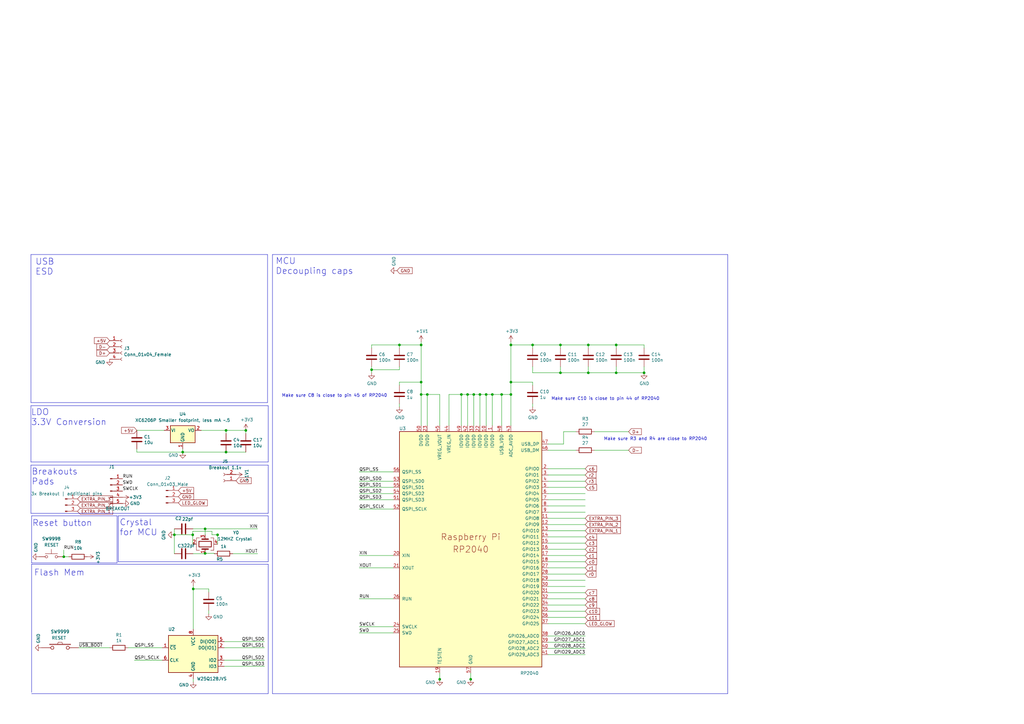
<source format=kicad_sch>
(kicad_sch (version 20221206) (generator eeschema)
  (paper "A3")
  (title_block (title "Rp2040 __template__") (date "2020-12-18") (rev "REV 0.1") (company "scattered_lenity.space"))
  (lib_symbols
    (symbol "Connector:Conn_01x02_Female" (pin_names (offset 1.016) hide)
      (property "Reference" "J" (at 0 2.54 0))
      (property "Value" "Conn_01x02_Female" (at 0 -5.08 0))
      (symbol "Conn_01x02_Female_1_1"
        (arc (start 0 -2.032) (mid -0.5058 -2.54) (end 0 -3.048) (stroke (width 0.1524)))
        (polyline (pts (xy -1.27 -2.54) (xy -0.508 -2.54)) (stroke (width 0.1524)))
        (polyline (pts (xy -1.27 0) (xy -0.508 0)) (stroke (width 0.1524)))
        (arc (start 0 0.508) (mid -0.5058 0) (end 0 -0.508) (stroke (width 0.1524)))
        (pin passive line (at -5.08 0 0) (length 3.81) (name "Pin_1") (number "1"))
        (pin passive line (at -5.08 -2.54 0) (length 3.81) (name "Pin_2") (number "2"))
      )
    )
    (symbol "Connector:Conn_01x03_Male" (pin_names (offset 1.016) hide)
      (property "Reference" "J" (at 0 5.08 0))
      (property "Value" "Conn_01x03_Male" (at 0 -5.08 0))
      (symbol "Conn_01x03_Male_1_1"
        (polyline (pts (xy 1.27 -2.54) (xy 0.8636 -2.54)) (stroke (width 0.1524)))
        (polyline (pts (xy 1.27 0) (xy 0.8636 0)) (stroke (width 0.1524)))
        (polyline (pts (xy 1.27 2.54) (xy 0.8636 2.54)) (stroke (width 0.1524)))
        (rectangle (start 0.8636 -2.413) (end 0 -2.667) (stroke (width 0.1524)) (fill (type outline)))
        (rectangle (start 0.8636 0.127) (end 0 -0.127) (stroke (width 0.1524)) (fill (type outline)))
        (rectangle (start 0.8636 2.667) (end 0 2.413) (stroke (width 0.1524)) (fill (type outline)))
        (pin passive line (at 5.08 2.54 180) (length 3.81) (name "Pin_1") (number "1"))
        (pin passive line (at 5.08 0 180) (length 3.81) (name "Pin_2") (number "2"))
        (pin passive line (at 5.08 -2.54 180) (length 3.81) (name "Pin_3") (number "3"))
      )
    )
    (symbol "Connector:Conn_01x04_Female" (pin_names (offset 1.016) hide)
      (property "Reference" "J" (at 0 5.08 0))
      (property "Value" "Conn_01x04_Female" (at 0 -7.62 0))
      (symbol "Conn_01x04_Female_1_1"
        (arc (start 0 -4.572) (mid -0.5058 -5.08) (end 0 -5.588) (stroke (width 0.1524)))
        (arc (start 0 -2.032) (mid -0.5058 -2.54) (end 0 -3.048) (stroke (width 0.1524)))
        (polyline (pts (xy -1.27 -5.08) (xy -0.508 -5.08)) (stroke (width 0.1524)))
        (polyline (pts (xy -1.27 -2.54) (xy -0.508 -2.54)) (stroke (width 0.1524)))
        (polyline (pts (xy -1.27 0) (xy -0.508 0)) (stroke (width 0.1524)))
        (polyline (pts (xy -1.27 2.54) (xy -0.508 2.54)) (stroke (width 0.1524)))
        (arc (start 0 0.508) (mid -0.5058 0) (end 0 -0.508) (stroke (width 0.1524)))
        (arc (start 0 3.048) (mid -0.5058 2.54) (end 0 2.032) (stroke (width 0.1524)))
        (pin passive line (at -5.08 2.54 0) (length 3.81) (name "Pin_1") (number "1"))
        (pin passive line (at -5.08 0 0) (length 3.81) (name "Pin_2") (number "2"))
        (pin passive line (at -5.08 -2.54 0) (length 3.81) (name "Pin_3") (number "3"))
        (pin passive line (at -5.08 -5.08 0) (length 3.81) (name "Pin_4") (number "4"))
      )
    )
    (symbol "Connector:Conn_01x05_Male" (pin_names (offset 1.016) hide)
      (property "Reference" "J" (at 0 7.62 0))
      (property "Value" "Conn_01x05_Male" (at 0 -7.62 0))
      (symbol "Conn_01x05_Male_1_1"
        (polyline (pts (xy 1.27 -5.08) (xy 0.8636 -5.08)) (stroke (width 0.1524)))
        (polyline (pts (xy 1.27 -2.54) (xy 0.8636 -2.54)) (stroke (width 0.1524)))
        (polyline (pts (xy 1.27 0) (xy 0.8636 0)) (stroke (width 0.1524)))
        (polyline (pts (xy 1.27 2.54) (xy 0.8636 2.54)) (stroke (width 0.1524)))
        (polyline (pts (xy 1.27 5.08) (xy 0.8636 5.08)) (stroke (width 0.1524)))
        (rectangle (start 0.8636 -4.953) (end 0 -5.207) (stroke (width 0.1524)) (fill (type outline)))
        (rectangle (start 0.8636 -2.413) (end 0 -2.667) (stroke (width 0.1524)) (fill (type outline)))
        (rectangle (start 0.8636 0.127) (end 0 -0.127) (stroke (width 0.1524)) (fill (type outline)))
        (rectangle (start 0.8636 2.667) (end 0 2.413) (stroke (width 0.1524)) (fill (type outline)))
        (rectangle (start 0.8636 5.207) (end 0 4.953) (stroke (width 0.1524)) (fill (type outline)))
        (pin passive line (at 5.08 5.08 180) (length 3.81) (name "Pin_1") (number "1"))
        (pin passive line (at 5.08 2.54 180) (length 3.81) (name "Pin_2") (number "2"))
        (pin passive line (at 5.08 0 180) (length 3.81) (name "Pin_3") (number "3"))
        (pin passive line (at 5.08 -2.54 180) (length 3.81) (name "Pin_4") (number "4"))
        (pin passive line (at 5.08 -5.08 180) (length 3.81) (name "Pin_5") (number "5"))
      )
    )
    (symbol "Device:C" (pin_numbers hide) (pin_names (offset 0.254))
      (property "Reference" "C" (at 0.635 2.54 0))
      (property "Value" "C" (at 0.635 -2.54 0))
      (symbol "C_0_1"
        (polyline (pts (xy -2.032 -0.762) (xy 2.032 -0.762)) (stroke (width 0.508)))
        (polyline (pts (xy -2.032 0.762) (xy 2.032 0.762)) (stroke (width 0.508)))
      )
      (symbol "C_1_1"
        (pin passive line (at 0 3.81 270) (length 2.794) (name "~") (number "1"))
        (pin passive line (at 0 -3.81 90) (length 2.794) (name "~") (number "2"))
      )
    )
    (symbol "Device:Crystal_GND24" (pin_names (offset 1.016) hide)
      (property "Reference" "Y" (at 3.175 5.08 0))
      (property "Value" "Crystal_GND24" (at 3.175 3.175 0))
      (symbol "Crystal_GND24_0_1"
        (rectangle (start -1.143 2.54) (end 1.143 -2.54) (stroke (width 0.3048)))
        (polyline (pts (xy -2.54 0) (xy -2.032 0)))
        (polyline (pts (xy -2.032 -1.27) (xy -2.032 1.27)) (stroke (width 0.508)))
        (polyline (pts (xy 0 -3.81) (xy 0 -3.556)))
        (polyline (pts (xy 0 3.556) (xy 0 3.81)))
        (polyline (pts (xy 2.032 -1.27) (xy 2.032 1.27)) (stroke (width 0.508)))
        (polyline (pts (xy 2.032 0) (xy 2.54 0)))
        (polyline (pts (xy -2.54 -2.286) (xy -2.54 -3.556) (xy 2.54 -3.556) (xy 2.54 -2.286)))
        (polyline (pts (xy -2.54 2.286) (xy -2.54 3.556) (xy 2.54 3.556) (xy 2.54 2.286)))
      )
      (symbol "Crystal_GND24_1_1"
        (pin passive line (at -3.81 0 0) (length 1.27) (name "1") (number "1"))
        (pin passive line (at 0 5.08 270) (length 1.27) (name "2") (number "2"))
        (pin passive line (at 3.81 0 180) (length 1.27) (name "3") (number "3"))
        (pin passive line (at 0 -5.08 90) (length 1.27) (name "4") (number "4"))
      )
    )
    (symbol "Device:R" (pin_numbers hide) (pin_names (offset 0))
      (property "Reference" "R" (at 2.032 0 90))
      (property "Value" "R" (at 0 0 90))
      (symbol "R_0_1"
        (rectangle (start -1.016 -2.54) (end 1.016 2.54) (stroke (width 0.254)))
      )
      (symbol "R_1_1"
        (pin passive line (at 0 3.81 270) (length 1.27) (name "~") (number "1"))
        (pin passive line (at 0 -3.81 90) (length 1.27) (name "~") (number "2"))
      )
    )
    (symbol "MCU_RaspberryPi_RP2040:RP2040" (pin_names (offset 1.016))
      (property "Reference" "U" (at -29.21 49.53 0))
      (property "Value" "RP2040" (at 24.13 -49.53 0))
      (symbol "RP2040_0_0"
        (text "Raspberry Pi" (at 0 5.08 0) (effects (font (size 2.54 2.54))))
        (text "RP2040" (at 0 0 0) (effects (font (size 2.54 2.54))))
      )
      (symbol "RP2040_0_1"
        (rectangle (start 29.21 48.26) (end -29.21 -48.26) (stroke (width 0.254)) (fill (type background)))
      )
      (symbol "RP2040_1_1"
        (pin power_in line (at 8.89 50.8 270) (length 2.54) (name "IOVDD") (number "1"))
        (pin power_in line (at 6.35 50.8 270) (length 2.54) (name "IOVDD") (number "10"))
        (pin bidirectional line (at 31.75 12.7 180) (length 2.54) (name "GPIO8") (number "11"))
        (pin bidirectional line (at 31.75 10.16 180) (length 2.54) (name "GPIO9") (number "12"))
        (pin bidirectional line (at 31.75 7.62 180) (length 2.54) (name "GPIO10") (number "13"))
        (pin bidirectional line (at 31.75 5.08 180) (length 2.54) (name "GPIO11") (number "14"))
        (pin bidirectional line (at 31.75 2.54 180) (length 2.54) (name "GPIO12") (number "15"))
        (pin bidirectional line (at 31.75 0 180) (length 2.54) (name "GPIO13") (number "16"))
        (pin bidirectional line (at 31.75 -2.54 180) (length 2.54) (name "GPIO14") (number "17"))
        (pin bidirectional line (at 31.75 -5.08 180) (length 2.54) (name "GPIO15") (number "18"))
        (pin passive line (at -12.7 -50.8 90) (length 2.54) (name "TESTEN") (number "19"))
        (pin bidirectional line (at 31.75 33.02 180) (length 2.54) (name "GPIO0") (number "2"))
        (pin input line (at -31.75 -2.54 0) (length 2.54) (name "XIN") (number "20"))
        (pin passive line (at -31.75 -7.62 0) (length 2.54) (name "XOUT") (number "21"))
        (pin power_in line (at 3.81 50.8 270) (length 2.54) (name "IOVDD") (number "22"))
        (pin power_in line (at -17.78 50.8 270) (length 2.54) (name "DVDD") (number "23"))
        (pin output line (at -31.75 -31.75 0) (length 2.54) (name "SWCLK") (number "24"))
        (pin bidirectional line (at -31.75 -34.29 0) (length 2.54) (name "SWD") (number "25"))
        (pin input line (at -31.75 -20.32 0) (length 2.54) (name "RUN") (number "26"))
        (pin bidirectional line (at 31.75 -7.62 180) (length 2.54) (name "GPIO16") (number "27"))
        (pin bidirectional line (at 31.75 -10.16 180) (length 2.54) (name "GPIO17") (number "28"))
        (pin bidirectional line (at 31.75 -12.7 180) (length 2.54) (name "GPIO18") (number "29"))
        (pin bidirectional line (at 31.75 30.48 180) (length 2.54) (name "GPIO1") (number "3"))
        (pin bidirectional line (at 31.75 -15.24 180) (length 2.54) (name "GPIO19") (number "30"))
        (pin bidirectional line (at 31.75 -17.78 180) (length 2.54) (name "GPIO20") (number "31"))
        (pin bidirectional line (at 31.75 -20.32 180) (length 2.54) (name "GPIO21") (number "32"))
        (pin power_in line (at 1.27 50.8 270) (length 2.54) (name "IOVDD") (number "33"))
        (pin bidirectional line (at 31.75 -22.86 180) (length 2.54) (name "GPIO22") (number "34"))
        (pin bidirectional line (at 31.75 -25.4 180) (length 2.54) (name "GPIO23") (number "35"))
        (pin bidirectional line (at 31.75 -27.94 180) (length 2.54) (name "GPIO24") (number "36"))
        (pin bidirectional line (at 31.75 -30.48 180) (length 2.54) (name "GPIO25") (number "37"))
        (pin bidirectional line (at 31.75 -35.56 180) (length 2.54) (name "GPIO26_ADC0") (number "38"))
        (pin bidirectional line (at 31.75 -38.1 180) (length 2.54) (name "GPIO27_ADC1") (number "39"))
        (pin bidirectional line (at 31.75 27.94 180) (length 2.54) (name "GPIO2") (number "4"))
        (pin bidirectional line (at 31.75 -40.64 180) (length 2.54) (name "GPIO28_ADC2") (number "40"))
        (pin bidirectional line (at 31.75 -43.18 180) (length 2.54) (name "GPIO29_ADC3") (number "41"))
        (pin power_in line (at -1.27 50.8 270) (length 2.54) (name "IOVDD") (number "42"))
        (pin power_in line (at 16.51 50.8 270) (length 2.54) (name "ADC_AVDD") (number "43"))
        (pin power_in line (at -8.89 50.8 270) (length 2.54) (name "VREG_IN") (number "44"))
        (pin power_out line (at -12.7 50.8 270) (length 2.54) (name "VREG_VOUT") (number "45"))
        (pin bidirectional line (at 31.75 40.64 180) (length 2.54) (name "USB_DM") (number "46"))
        (pin bidirectional line (at 31.75 43.18 180) (length 2.54) (name "USB_DP") (number "47"))
        (pin power_in line (at 12.7 50.8 270) (length 2.54) (name "USB_VDD") (number "48"))
        (pin power_in line (at -3.81 50.8 270) (length 2.54) (name "IOVDD") (number "49"))
        (pin bidirectional line (at 31.75 25.4 180) (length 2.54) (name "GPIO3") (number "5"))
        (pin power_in line (at -20.32 50.8 270) (length 2.54) (name "DVDD") (number "50"))
        (pin bidirectional line (at -31.75 20.32 0) (length 2.54) (name "QSPI_SD3") (number "51"))
        (pin output line (at -31.75 16.51 0) (length 2.54) (name "QSPI_SCLK") (number "52"))
        (pin bidirectional line (at -31.75 27.94 0) (length 2.54) (name "QSPI_SD0") (number "53"))
        (pin bidirectional line (at -31.75 22.86 0) (length 2.54) (name "QSPI_SD2") (number "54"))
        (pin bidirectional line (at -31.75 25.4 0) (length 2.54) (name "QSPI_SD1") (number "55"))
        (pin bidirectional line (at -31.75 31.75 0) (length 2.54) (name "QSPI_SS") (number "56"))
        (pin power_in line (at 0 -50.8 90) (length 2.54) (name "GND") (number "57"))
        (pin bidirectional line (at 31.75 22.86 180) (length 2.54) (name "GPIO4") (number "6"))
        (pin bidirectional line (at 31.75 20.32 180) (length 2.54) (name "GPIO5") (number "7"))
        (pin bidirectional line (at 31.75 17.78 180) (length 2.54) (name "GPIO6") (number "8"))
        (pin bidirectional line (at 31.75 15.24 180) (length 2.54) (name "GPIO7") (number "9"))
      )
    )
    (symbol "Memory_Flash:W25Q128JVS"
      (property "Reference" "U" (at -8.89 8.89 0))
      (property "Value" "W25Q128JVS" (at 7.62 8.89 0))
      (symbol "W25Q128JVS_0_1"
        (rectangle (start -10.16 7.62) (end 10.16 -7.62) (stroke (width 0.254)) (fill (type background)))
      )
      (symbol "W25Q128JVS_1_1"
        (pin input line (at -12.7 2.54 0) (length 2.54) (name "~{CS}") (number "1"))
        (pin bidirectional line (at 12.7 2.54 180) (length 2.54) (name "DO(IO1)") (number "2"))
        (pin bidirectional line (at 12.7 -2.54 180) (length 2.54) (name "IO2") (number "3"))
        (pin power_in line (at 0 -10.16 90) (length 2.54) (name "GND") (number "4"))
        (pin bidirectional line (at 12.7 5.08 180) (length 2.54) (name "DI(IO0)") (number "5"))
        (pin input line (at -12.7 -2.54 0) (length 2.54) (name "CLK") (number "6"))
        (pin bidirectional line (at 12.7 -5.08 180) (length 2.54) (name "IO3") (number "7"))
        (pin power_in line (at 0 10.16 270) (length 2.54) (name "VCC") (number "8"))
      )
    )
    (symbol "Regulator_Linear:XC6206PxxxMR" (pin_names (offset 0.254))
      (property "Reference" "U" (at -3.81 3.175 0))
      (property "Value" "XC6206PxxxMR" (at 0 3.175 0))
      (symbol "XC6206PxxxMR_0_1"
        (rectangle (start -5.08 1.905) (end 5.08 -5.08) (stroke (width 0.254)) (fill (type background)))
      )
      (symbol "XC6206PxxxMR_1_1"
        (pin power_in line (at 0 -7.62 90) (length 2.54) (name "GND") (number "1"))
        (pin power_out line (at 7.62 0 180) (length 2.54) (name "VO") (number "2"))
        (pin power_in line (at -7.62 0 0) (length 2.54) (name "VI") (number "3"))
      )
    )
    (symbol "Switch:SW_Push" (pin_numbers hide) (pin_names (offset 1.016) hide)
      (property "Reference" "SW" (at 1.27 2.54 0))
      (property "Value" "SW_Push" (at 0 -1.524 0))
      (symbol "SW_Push_0_1"
        (circle (center -2.032 0) (radius 0.508))
        (polyline (pts (xy 0 1.27) (xy 0 3.048)))
        (polyline (pts (xy 2.54 1.27) (xy -2.54 1.27)))
        (circle (center 2.032 0) (radius 0.508))
        (pin passive line (at -5.08 0 0) (length 2.54) (name "1") (number "1"))
        (pin passive line (at 5.08 0 180) (length 2.54) (name "2") (number "2"))
      )
    )
    (symbol "cipulot_parts:SW_PUSH" (pin_numbers hide) (pin_names (offset 1.016) hide)
      (property "Reference" "SW" (at 3.81 2.794 0))
      (property "Value" "SW_PUSH" (at 0 -2.032 0))
      (symbol "SW_PUSH_0_1"
        (rectangle (start -4.318 1.27) (end 4.318 1.524))
        (polyline (pts (xy -1.016 1.524) (xy -0.762 2.286) (xy 0.762 2.286) (xy 1.016 1.524)))
        (pin passive inverted (at -7.62 0 0) (length 5.08) (name "1") (number "1"))
        (pin passive inverted (at 7.62 0 180) (length 5.08) (name "2") (number "2"))
      )
    )
    (symbol "power:+1V1" (power) (pin_names (offset 0))
      (property "Value" "+1V1" (at 0 3.556 0))
      (symbol "+1V1_0_1"
        (polyline (pts (xy -0.762 1.27) (xy 0 2.54)))
        (polyline (pts (xy 0 0) (xy 0 2.54)))
        (polyline (pts (xy 0 2.54) (xy 0.762 1.27)))
      )
      (symbol "+1V1_1_1"
        (pin power_in line (at 0 0 90) (length 0) hide (name "+1V1") (number "1"))
      )
    )
    (symbol "power:+3V3" (power) (pin_names (offset 0))
      (property "Value" "+3V3" (at 0 3.556 0))
      (symbol "+3V3_0_1"
        (polyline (pts (xy -0.762 1.27) (xy 0 2.54)))
        (polyline (pts (xy 0 0) (xy 0 2.54)))
        (polyline (pts (xy 0 2.54) (xy 0.762 1.27)))
      )
      (symbol "+3V3_1_1"
        (pin power_in line (at 0 0 90) (length 0) hide (name "+3V3") (number "1"))
      )
    )
    (symbol "power:GND" (power) (pin_names (offset 0))
      (property "Value" "GND" (at 0 -3.81 0))
      (symbol "GND_0_1"
        (polyline (pts (xy 0 0) (xy 0 -1.27) (xy 1.27 -1.27) (xy 0 -2.54) (xy -1.27 -1.27) (xy 0 -1.27)))
      )
      (symbol "GND_1_1"
        (pin power_in line (at 0 0 270) (length 0) hide (name "GND") (number "1"))
      )
    )
  )
  (junction (at 209.55 156.718))
  (junction (at 241.3 152.908))
  (junction (at 189.23 161.798))
  (junction (at 191.77 161.798))
  (junction (at 92.71 185.42))
  (junction (at 100.838 176.53))
  (junction (at 79.248 241.554))
  (junction (at 194.31 161.798))
  (junction (at 71.5264 219.3544))
  (junction (at 84.1248 216.916))
  (junction (at 84.1248 226.9744))
  (junction (at 205.74 161.798))
  (junction (at 79.0448 219.3544))
  (junction (at 241.3 141.478))
  (junction (at 196.85 161.798))
  (junction (at 172.72 141.478))
  (junction (at 172.72 161.798))
  (junction (at 163.83 141.478))
  (junction (at 252.73 141.478))
  (junction (at 74.93 185.42))
  (junction (at 152.4 151.638))
  (junction (at 264.16 152.908))
  (junction (at 180.34 278.6126))
  (junction (at 193.04 278.6126))
  (junction (at 175.26 161.798))
  (junction (at 26.162 228.346))
  (junction (at 201.93 161.798))
  (junction (at 209.55 161.798))
  (junction (at 172.72 156.718))
  (junction (at 89.2302 219.3544))
  (junction (at 209.55 141.478))
  (junction (at 252.73 152.908))
  (junction (at 92.71 176.53))
  (junction (at 218.44 141.478))
  (junction (at 229.87 152.908))
  (junction (at 199.39 161.798))
  (junction (at 229.87 141.478))
  (wire (pts (xy 161.29 257.048) (xy 147.32 257.048)))
  (wire (pts (xy 79.1464 227.076) (xy 84.1248 227.076)))
  (wire (pts (xy 147.32 202.438) (xy 161.29 202.438)))
  (wire (pts (xy 224.79 220.218) (xy 240.03 220.218)))
  (wire (pts (xy 224.79 199.898) (xy 240.03 199.898)))
  (wire (pts (xy 201.93 161.798) (xy 205.74 161.798)))
  (wire (pts (xy 229.87 142.748) (xy 229.87 141.478)))
  (polyline (pts (xy 12.7 189.484) (xy 12.7 166.37)))
  (wire (pts (xy 85.598 241.554) (xy 79.248 241.554)))
  (wire (pts (xy 224.79 194.818) (xy 240.03 194.818)))
  (wire (pts (xy 82.55 176.53) (xy 92.71 176.53)))
  (wire (pts (xy 180.34 161.798) (xy 175.26 161.798)))
  (wire (pts (xy 147.32 197.358) (xy 161.29 197.358)))
  (wire (pts (xy 91.948 270.764) (xy 108.458 270.764)))
  (wire (pts (xy 147.32 199.898) (xy 161.29 199.898)))
  (polyline (pts (xy 12.7 210.566) (xy 12.7 190.754)))
  (wire (pts (xy 79.248 240.284) (xy 79.248 241.554)))
  (wire (pts (xy 199.39 174.498) (xy 199.39 161.798)))
  (wire (pts (xy 74.93 185.42) (xy 74.93 185.5216)))
  (wire (pts (xy 196.85 161.798) (xy 199.39 161.798)))
  (wire (pts (xy 86.9442 217.932) (xy 79.0448 217.932)))
  (wire (pts (xy 163.83 157.988) (xy 163.83 156.718)))
  (polyline (pts (xy 111.76 104.394) (xy 111.76 284.48)))
  (polyline (pts (xy 48.514 230.378) (xy 48.514 211.582)))
  (polyline (pts (xy 12.954 230.886) (xy 48.006 230.886)))
  (wire (pts (xy 172.72 140.208) (xy 172.72 141.478)))
  (wire (pts (xy 180.34 276.098) (xy 180.34 278.6126)))
  (wire (pts (xy 224.79 222.758) (xy 240.03 222.758)))
  (wire (pts (xy 218.44 150.368) (xy 218.44 152.908)))
  (wire (pts (xy 100.838 177.8) (xy 100.838 176.53)))
  (polyline (pts (xy 12.954 283.972) (xy 12.954 231.394)))
  (wire (pts (xy 224.79 260.858) (xy 240.03 260.858)))
  (wire (pts (xy 71.5264 216.916) (xy 71.5264 219.3544)))
  (wire (pts (xy 175.26 174.498) (xy 175.26 161.798)))
  (wire (pts (xy 26.162 228.346) (xy 28.194 228.346)))
  (wire (pts (xy 224.79 268.478) (xy 240.03 268.478)))
  (wire (pts (xy 224.79 212.598) (xy 240.03 212.598)))
  (wire (pts (xy 209.55 156.718) (xy 218.44 156.718)))
  (wire (pts (xy 89.2048 223.1644) (xy 89.2302 223.1644)))
  (polyline (pts (xy 12.7 165.1) (xy 12.7 104.394)))
  (wire (pts (xy 44.958 265.684) (xy 32.258 265.684)))
  (wire (pts (xy 209.55 140.208) (xy 209.55 141.478)))
  (wire (pts (xy 264.16 150.368) (xy 264.16 152.908)))
  (wire (pts (xy 193.04 276.098) (xy 193.04 278.6126)))
  (wire (pts (xy 224.79 182.118) (xy 231.14 182.118)))
  (polyline (pts (xy 109.982 231.394) (xy 109.982 284.48)))
  (wire (pts (xy 224.79 207.518) (xy 240.03 207.518)))
  (wire (pts (xy 218.44 141.478) (xy 229.87 141.478)))
  (wire (pts (xy 224.79 243.078) (xy 240.03 243.078)))
  (wire (pts (xy 89.2302 219.3544) (xy 86.9442 219.3544)))
  (wire (pts (xy 224.79 210.058) (xy 240.03 210.058)))
  (wire (pts (xy 224.79 263.398) (xy 240.03 263.398)))
  (wire (pts (xy 56.134 185.42) (xy 74.93 185.42)))
  (polyline (pts (xy 12.954 284.48) (xy 109.982 284.48)))
  (wire (pts (xy 56.134 176.53) (xy 67.31 176.53)))
  (wire (pts (xy 26.162 225.552) (xy 26.162 228.346)))
  (wire (pts (xy 91.948 265.684) (xy 108.458 265.684)))
  (wire (pts (xy 224.79 184.658) (xy 236.22 184.658)))
  (wire (pts (xy 224.79 265.938) (xy 240.03 265.938)))
  (wire (pts (xy 209.55 161.798) (xy 209.55 174.498)))
  (polyline (pts (xy 109.982 211.582) (xy 109.982 230.378)))
  (wire (pts (xy 87.884 226.9744) (xy 87.884 227.076)))
  (wire (pts (xy 86.9442 219.3544) (xy 86.9442 217.932)))
  (polyline (pts (xy 12.7 166.37) (xy 109.982 166.37)))
  (wire (pts (xy 79.0448 223.1644) (xy 79.0448 219.3544)))
  (wire (pts (xy 85.598 250.444) (xy 85.598 251.714)))
  (wire (pts (xy 84.1248 216.916) (xy 105.664 216.916)))
  (wire (pts (xy 180.34 174.498) (xy 180.34 161.798)))
  (wire (pts (xy 264.16 142.748) (xy 264.16 141.478)))
  (wire (pts (xy 224.79 232.918) (xy 240.03 232.918)))
  (wire (pts (xy 229.87 150.368) (xy 229.87 152.908)))
  (wire (pts (xy 79.248 241.554) (xy 79.248 258.064)))
  (wire (pts (xy 163.83 141.478) (xy 172.72 141.478)))
  (wire (pts (xy 152.4 141.478) (xy 163.83 141.478)))
  (wire (pts (xy 241.3 152.908) (xy 229.87 152.908)))
  (wire (pts (xy 224.79 240.538) (xy 240.03 240.538)))
  (polyline (pts (xy 109.728 104.394) (xy 109.728 165.1)))
  (polyline (pts (xy 12.7 165.1) (xy 109.728 165.1)))
  (wire (pts (xy 229.87 141.478) (xy 241.3 141.478)))
  (wire (pts (xy 172.72 161.798) (xy 172.72 174.498)))
  (wire (pts (xy 189.23 174.498) (xy 189.23 161.798)))
  (wire (pts (xy 89.2556 219.3544) (xy 89.2302 219.3544)))
  (wire (pts (xy 224.79 248.158) (xy 240.03 248.158)))
  (wire (pts (xy 201.93 161.798) (xy 201.93 174.498)))
  (wire (pts (xy 85.598 242.824) (xy 85.598 241.554)))
  (polyline (pts (xy 109.982 210.566) (xy 12.7 210.566)))
  (polyline (pts (xy 12.954 230.886) (xy 12.954 211.582)))
  (polyline (pts (xy 12.7 190.754) (xy 109.982 190.754)))
  (wire (pts (xy 161.29 259.588) (xy 147.32 259.588)))
  (wire (pts (xy 74.93 184.15) (xy 74.93 185.42)))
  (wire (pts (xy 191.77 161.798) (xy 194.31 161.798)))
  (wire (pts (xy 193.04 278.6126) (xy 193.04 278.638)))
  (wire (pts (xy 224.79 202.438) (xy 240.03 202.438)))
  (polyline (pts (xy 109.982 230.378) (xy 48.514 230.378)))
  (wire (pts (xy 95.504 227.076) (xy 105.664 227.076)))
  (wire (pts (xy 100.838 176.53) (xy 92.71 176.53)))
  (polyline (pts (xy 12.954 211.582) (xy 48.006 211.582)))
  (wire (pts (xy 224.79 197.358) (xy 240.03 197.358)))
  (wire (pts (xy 55.118 270.764) (xy 66.548 270.764)))
  (wire (pts (xy 218.44 142.748) (xy 218.44 141.478)))
  (wire (pts (xy 224.79 204.978) (xy 240.03 204.978)))
  (polyline (pts (xy 12.954 231.394) (xy 109.982 231.394)))
  (wire (pts (xy 163.83 151.638) (xy 163.83 150.368)))
  (wire (pts (xy 218.44 157.988) (xy 218.44 156.718)))
  (wire (pts (xy 231.14 177.038) (xy 231.14 182.118)))
  (polyline (pts (xy 12.7 104.394) (xy 109.728 104.394)))
  (wire (pts (xy 241.3 150.368) (xy 241.3 152.908)))
  (polyline (pts (xy 109.982 190.754) (xy 109.982 210.566)))
  (wire (pts (xy 74.93 185.42) (xy 92.71 185.42)))
  (polyline (pts (xy 111.76 284.48) (xy 298.45 284.48)))
  (wire (pts (xy 252.73 141.478) (xy 264.16 141.478)))
  (wire (pts (xy 194.31 161.798) (xy 196.85 161.798)))
  (wire (pts (xy 224.79 253.238) (xy 240.03 253.238)))
  (wire (pts (xy 71.5264 219.3544) (xy 79.0448 219.3544)))
  (wire (pts (xy 209.55 156.718) (xy 209.55 161.798)))
  (wire (pts (xy 241.3 141.478) (xy 252.73 141.478)))
  (wire (pts (xy 161.29 232.918) (xy 147.32 232.918)))
  (wire (pts (xy 152.4 151.638) (xy 163.83 151.638)))
  (wire (pts (xy 89.2302 219.3544) (xy 89.2302 223.1644)))
  (wire (pts (xy 92.71 185.42) (xy 100.838 185.42)))
  (wire (pts (xy 52.578 265.684) (xy 66.548 265.684)))
  (wire (pts (xy 252.73 142.748) (xy 252.73 141.478)))
  (wire (pts (xy 84.1248 227.076) (xy 84.1248 226.9744)))
  (wire (pts (xy 241.3 142.748) (xy 241.3 141.478)))
  (wire (pts (xy 224.79 237.998) (xy 240.03 237.998)))
  (wire (pts (xy 264.16 152.908) (xy 252.73 152.908)))
  (polyline (pts (xy 48.006 211.582) (xy 48.006 230.886)))
  (wire (pts (xy 243.84 177.038) (xy 257.81 177.038)))
  (wire (pts (xy 191.77 174.498) (xy 191.77 161.798)))
  (wire (pts (xy 92.71 177.8) (xy 92.71 176.53)))
  (polyline (pts (xy 298.45 284.48) (xy 298.45 104.394)))
  (wire (pts (xy 71.5264 219.3544) (xy 71.5264 227.076)))
  (wire (pts (xy 152.4 142.748) (xy 152.4 141.478)))
  (wire (pts (xy 205.74 174.498) (xy 205.74 161.798)))
  (wire (pts (xy 172.72 156.718) (xy 172.72 161.798)))
  (wire (pts (xy 224.79 255.778) (xy 240.03 255.778)))
  (wire (pts (xy 91.948 273.304) (xy 108.458 273.304)))
  (wire (pts (xy 152.4 150.368) (xy 152.4 151.638)))
  (wire (pts (xy 79.248 278.384) (xy 79.248 279.654)))
  (wire (pts (xy 161.29 245.618) (xy 147.32 245.618)))
  (wire (pts (xy 184.15 174.498) (xy 184.15 161.798)))
  (wire (pts (xy 79.0448 217.932) (xy 79.0448 219.3544)))
  (wire (pts (xy 180.34 278.6126) (xy 180.34 278.638)))
  (wire (pts (xy 224.79 227.838) (xy 240.03 227.838)))
  (wire (pts (xy 224.79 215.138) (xy 240.03 215.138)))
  (wire (pts (xy 224.79 235.458) (xy 240.03 235.458)))
  (wire (pts (xy 196.85 174.498) (xy 196.85 161.798)))
  (wire (pts (xy 194.31 174.498) (xy 194.31 161.798)))
  (polyline (pts (xy 109.982 166.37) (xy 109.982 189.484)))
  (wire (pts (xy 84.1248 226.9744) (xy 87.884 226.9744)))
  (polyline (pts (xy 48.514 211.582) (xy 109.982 211.582)))
  (wire (pts (xy 209.55 141.478) (xy 209.55 156.718)))
  (wire (pts (xy 184.15 161.798) (xy 189.23 161.798)))
  (polyline (pts (xy 298.45 104.394) (xy 111.76 104.394)))
  (wire (pts (xy 224.79 225.298) (xy 240.03 225.298)))
  (wire (pts (xy 224.79 217.678) (xy 240.03 217.678)))
  (wire (pts (xy 163.83 165.608) (xy 163.83 166.878)))
  (wire (pts (xy 163.83 142.748) (xy 163.83 141.478)))
  (wire (pts (xy 56.134 184.15) (xy 56.134 185.42)))
  (wire (pts (xy 252.73 150.368) (xy 252.73 152.908)))
  (wire (pts (xy 147.32 204.978) (xy 161.29 204.978)))
  (wire (pts (xy 224.79 250.698) (xy 240.03 250.698)))
  (wire (pts (xy 224.79 245.618) (xy 240.03 245.618)))
  (wire (pts (xy 205.74 161.798) (xy 209.55 161.798)))
  (wire (pts (xy 152.4 151.638) (xy 152.4 152.908)))
  (wire (pts (xy 252.73 152.908) (xy 241.3 152.908)))
  (wire (pts (xy 84.1248 216.916) (xy 84.1248 219.3544)))
  (wire (pts (xy 224.79 192.278) (xy 240.03 192.278)))
  (polyline (pts (xy 12.7 189.484) (xy 109.982 189.484)))
  (wire (pts (xy 209.55 141.478) (xy 218.44 141.478)))
  (wire (pts (xy 79.1464 216.916) (xy 84.1248 216.916)))
  (wire (pts (xy 163.83 156.718) (xy 172.72 156.718)))
  (wire (pts (xy 161.29 193.548) (xy 147.32 193.548)))
  (wire (pts (xy 147.32 227.838) (xy 161.29 227.838)))
  (wire (pts (xy 199.39 161.798) (xy 201.93 161.798)))
  (wire (pts (xy 172.72 141.478) (xy 172.72 156.718)))
  (wire (pts (xy 229.87 152.908) (xy 218.44 152.908)))
  (wire (pts (xy 91.948 263.144) (xy 108.458 263.144)))
  (wire (pts (xy 161.29 208.788) (xy 147.32 208.788)))
  (wire (pts (xy 189.23 161.798) (xy 191.77 161.798)))
  (wire (pts (xy 224.79 230.378) (xy 240.03 230.378)))
  (wire (pts (xy 231.14 177.038) (xy 236.22 177.038)))
  (wire (pts (xy 218.44 165.608) (xy 218.44 166.878)))
  (wire (pts (xy 243.84 184.658) (xy 257.81 184.658)))
  (wire (pts (xy 175.26 161.798) (xy 172.72 161.798)))
  (text "USB\nESD" (at 14.478 113.03 0) (effects (font (size 2.54 2.54)) (justify left bottom)))
  (text "Make sure C8 is close to pin 45 of RP2040" (at 115.57 163.068 0) (effects (font (size 1.27 1.27)) (justify left bottom)))
  (text "Breakouts\nPads\n" (at 12.954 199.136 0) (effects (font (size 2.54 2.54)) (justify left bottom)))
  (text "Make sure R3 and R4 are close to RP2040" (at 247.65 180.848 0) (effects (font (size 1.27 1.27)) (justify left bottom)))
  (text "Crystal\nfor MCU" (at 49.022 219.964 0) (effects (font (size 2.54 2.54)) (justify left bottom)))
  (text "Flash Mem " (at 13.97 236.474 0) (effects (font (size 2.54 2.54)) (justify left bottom)))
  (text "MCU\nDecoupling caps " (at 113.03 112.776 0) (effects (font (size 2.54 2.54)) (justify left bottom)))
  (text "Make sure C10 is close to pin 44 of RP2040" (at 226.06 164.338 0) (effects (font (size 1.27 1.27)) (justify left bottom)))
  (text "Reset button\n" (at 13.208 216.154 0) (effects (font (size 2.54 2.54)) (justify left bottom)))
  (text "LDO\n3.3V Conversion\n" (at 12.7 174.752 0) (effects (font (size 2.54 2.54)) (justify left bottom)))
  (label "RUN" (at 50.292 196.342 0))
  (label "QSPI_SD2" (at 108.458 270.764 180))
  (label "XIN" (at 147.32 227.838 0))
  (label "QSPI_SS" (at 55.118 265.684 0))
  (label "RUN" (at 147.32 245.618 0))
  (label "RUN" (at 26.162 225.552 0))
  (label "SWD" (at 50.292 198.882 0))
  (label "~{USB_BOOT}" (at 32.258 265.684 0))
  (label "GPIO27_ADC1" (at 240.03 263.398 180))
  (label "XIN" (at 105.664 216.916 180))
  (label "QSPI_SS" (at 147.32 193.548 0))
  (label "QSPI_SCLK" (at 55.118 270.764 0))
  (label "XOUT" (at 105.664 227.076 180))
  (label "QSPI_SD1" (at 147.32 199.898 0))
  (label "SWD" (at 147.32 259.588 0))
  (label "XOUT" (at 147.32 232.918 0))
  (label "QSPI_SD0" (at 147.32 197.358 0))
  (label "QSPI_SD3" (at 147.32 204.978 0))
  (label "QSPI_SD0" (at 108.458 263.144 180))
  (label "GPIO28_ADC2" (at 240.03 265.938 180))
  (label "GPIO26_ADC0" (at 240.03 260.858 180))
  (label "QSPI_SD1" (at 108.458 265.684 180))
  (label "QSPI_SD3" (at 108.458 273.304 180))
  (label "QSPI_SCLK" (at 147.32 208.788 0))
  (label "SWCLK" (at 147.32 257.048 0))
  (label "QSPI_SD2" (at 147.32 202.438 0))
  (label "SWCLK" (at 50.292 201.422 0))
  (label "GPIO29_ADC3" (at 240.03 268.478 180))
  (global_label "+5V" (shape input) (at 44.958 139.7 180) (property "Intersheetrefs" "${INTERSHEET_REFS}" (effects hide)))
  (global_label "GND" (shape input) (at 73.152 203.708 0) (property "Intersheetrefs" "${INTERSHEET_REFS}" (effects hide)))
  (global_label "c7" (shape input) (at 240.03 243.078 0) (property "Intersheetrefs" "${INTERSHEET_REFS}" (effects hide)))
  (global_label "c9" (shape input) (at 240.03 248.158 0) (property "Intersheetrefs" "${INTERSHEET_REFS}" (effects hide)))
  (global_label "r0" (shape input) (at 240.03 235.458 0) (property "Intersheetrefs" "${INTERSHEET_REFS}" (effects hide)))
  (global_label "c1" (shape input) (at 240.03 227.838 0) (property "Intersheetrefs" "${INTERSHEET_REFS}" (effects hide)))
  (global_label "c6" (shape input) (at 240.03 192.278 0) (property "Intersheetrefs" "${INTERSHEET_REFS}" (effects hide)))
  (global_label "GND" (shape input) (at 96.774 197.1548 0) (property "Intersheetrefs" "${INTERSHEET_REFS}" (effects hide)))
  (global_label "c4" (shape input) (at 240.03 220.218 0) (property "Intersheetrefs" "${INTERSHEET_REFS}" (effects hide)))
  (global_label "EXTRA_PIN_2" (shape input) (at 31.8008 207.1624 0) (property "Intersheetrefs" "${INTERSHEET_REFS}" (effects hide)))
  (global_label "+5V" (shape input) (at 73.152 201.168 0) (property "Intersheetrefs" "${INTERSHEET_REFS}" (effects hide)))
  (global_label "+5V" (shape input) (at 56.134 176.53 180) (property "Intersheetrefs" "${INTERSHEET_REFS}" (effects hide)))
  (global_label "LED_GLOW" (shape input) (at 73.152 206.248 0) (property "Intersheetrefs" "${INTERSHEET_REFS}" (effects hide)))
  (global_label "D+" (shape input) (at 44.958 144.78 180) (property "Intersheetrefs" "${INTERSHEET_REFS}" (effects hide)))
  (global_label "D+" (shape input) (at 257.81 177.038 0) (property "Intersheetrefs" "${INTERSHEET_REFS}" (effects hide)))
  (global_label "EXTRA_PIN_2" (shape input) (at 240.03 215.138 0) (property "Intersheetrefs" "${INTERSHEET_REFS}" (effects hide)))
  (global_label "EXTRA_PIN_1" (shape input) (at 240.03 217.678 0) (property "Intersheetrefs" "${INTERSHEET_REFS}" (effects hide)))
  (global_label "GND" (shape input) (at 162.814 110.998 0) (property "Intersheetrefs" "${INTERSHEET_REFS}" (effects hide)))
  (global_label "r3" (shape input) (at 240.03 197.358 0) (property "Intersheetrefs" "${INTERSHEET_REFS}" (effects hide)))
  (global_label "c8" (shape input) (at 240.03 245.618 0) (property "Intersheetrefs" "${INTERSHEET_REFS}" (effects hide)))
  (global_label "LED_GLOW" (shape input) (at 240.03 255.778 0) (property "Intersheetrefs" "${INTERSHEET_REFS}" (effects hide)))
  (global_label "c11" (shape input) (at 240.03 253.238 0) (property "Intersheetrefs" "${INTERSHEET_REFS}" (effects hide)))
  (global_label "EXTRA_PIN_3" (shape input) (at 31.8008 204.6224 0) (property "Intersheetrefs" "${INTERSHEET_REFS}" (effects hide)))
  (global_label "r1" (shape input) (at 240.03 232.918 0) (property "Intersheetrefs" "${INTERSHEET_REFS}" (effects hide)))
  (global_label "r2" (shape input) (at 240.03 194.818 0) (property "Intersheetrefs" "${INTERSHEET_REFS}" (effects hide)))
  (global_label "D-" (shape input) (at 257.81 184.658 0) (property "Intersheetrefs" "${INTERSHEET_REFS}" (effects hide)))
  (global_label "c5" (shape input) (at 240.03 199.898 0) (property "Intersheetrefs" "${INTERSHEET_REFS}" (effects hide)))
  (global_label "c2" (shape input) (at 240.03 225.298 0) (property "Intersheetrefs" "${INTERSHEET_REFS}" (effects hide)))
  (global_label "c10" (shape input) (at 240.03 250.698 0) (property "Intersheetrefs" "${INTERSHEET_REFS}" (effects hide)))
  (global_label "EXTRA_PIN_3" (shape input) (at 240.03 212.598 0) (property "Intersheetrefs" "${INTERSHEET_REFS}" (effects hide)))
  (global_label "c0" (shape input) (at 240.03 230.378 0) (property "Intersheetrefs" "${INTERSHEET_REFS}" (effects hide)))
  (global_label "EXTRA_PIN_1" (shape input) (at 31.8008 209.7024 0) (property "Intersheetrefs" "${INTERSHEET_REFS}" (effects hide)))
  (global_label "D-" (shape input) (at 44.958 142.24 180) (property "Intersheetrefs" "${INTERSHEET_REFS}" (effects hide)))
  (global_label "c3" (shape input) (at 240.03 222.758 0) (property "Intersheetrefs" "${INTERSHEET_REFS}" (effects hide)))
  (symbol (lib_id "MCU_RaspberryPi_RP2040:RP2040") (at 193.04 225.298 0) (unit 1)
    (property "Reference" "U3" (at 165.1 175.768 0))
    (property "Value" "RP2040" (at 217.17 276.098 0))
    (property "Footprint" "RP2040:RP2040-QFN-56" (effects hide))
    (property "LCSC" "C2040" (effects hide))
  )
  (symbol (lib_id "Device:C") (at 75.3364 216.916 270) (unit 1)
    (property "Reference" "C2" (at 71.8312 212.6488 90) (effects (justify left)))
    (property "Value" "22pf" (at 74.676 212.9028 90) (effects (justify left)))
    (property "Footprint" "Capacitor_SMD:C_0805_2012Metric" (effects hide))
    (property "LCSC" "C1804" (effects hide))
  )
  (symbol (lib_id "Device:C") (at 75.3364 227.076 270) (unit 1)
    (property "Reference" "C3" (at 72.8218 223.8756 90) (effects (justify left)))
    (property "Value" "22pf" (at 75.3618 223.774 90) (effects (justify left)))
    (property "Footprint" "Capacitor_SMD:C_0805_2012Metric" (effects hide))
    (property "LCSC" "C1804" (effects hide))
  )
  (symbol (lib_id "power:GND") (at 71.5264 219.3544 270) (unit 1)
    (property "Reference" "#PWR06" (effects hide))
    (property "Value" "GND" (at 67.1322 219.4814 0))
  )
  (symbol (lib_id "Memory_Flash:W25Q128JVS") (at 79.248 268.224 0) (unit 1)
    (property "Reference" "U2" (at 70.358 258.064 0))
    (property "Value" "W25Q128JVS" (at 86.868 278.384 0))
    (property "Footprint" "Package_SO:SOIC-8_5.23x5.23mm_P1.27mm" (effects hide))
    (property "Datasheet" "http://www.winbond.com/resource-files/w25q128jv_dtr%20revc%2003272018%20plus.pdf" (effects hide))
    (property "LCSC" "C97521" (effects hide))
  )
  (symbol (lib_id "power:+3V3") (at 79.248 240.284 0) (unit 1)
    (property "Reference" "#PWR07" (effects hide))
    (property "Value" "+3V3" (at 79.629 235.8898 0))
  )
  (symbol (lib_id "power:GND") (at 79.248 279.654 0) (unit 1)
    (property "Reference" "#PWR08" (effects hide))
    (property "Value" "GND" (at 75.438 280.924 0))
  )
  (symbol (lib_id "Device:R") (at 48.768 265.684 270) (unit 1)
    (property "Reference" "R1" (at 48.768 260.4262 90))
    (property "Value" "1k" (at 48.768 262.7376 90))
    (property "Footprint" "Resistor_SMD:R_0805_2012Metric" (effects hide))
    (property "LCSC" "C115316" (effects hide))
  )
  (symbol (lib_id "Device:C") (at 85.598 246.634 0) (unit 1)
    (property "Reference" "C5" (at 88.519 245.4656 0) (effects (justify left)))
    (property "Value" "100n" (at 88.519 247.777 0) (effects (justify left)))
    (property "Footprint" "Capacitor_SMD:C_0805_2012Metric" (effects hide))
    (property "LCSC" "C49678" (effects hide))
  )
  (symbol (lib_id "power:GND") (at 85.598 251.714 0) (unit 1)
    (property "Reference" "#PWR011" (effects hide))
    (property "Value" "GND" (at 89.408 252.984 0))
  )
  (symbol (lib_id "Device:R") (at 240.03 177.038 270) (unit 1)
    (property "Reference" "R3" (at 240.03 171.7802 90))
    (property "Value" "27" (at 240.03 174.0916 90))
    (property "Footprint" "Resistor_SMD:R_0805_2012Metric" (effects hide))
    (property "LCSC" "C104170" (effects hide))
  )
  (symbol (lib_id "Device:R") (at 240.03 184.658 270) (unit 1)
    (property "Reference" "R4" (at 240.03 179.4002 90))
    (property "Value" "27" (at 240.03 181.7116 90))
    (property "Footprint" "Resistor_SMD:R_0805_2012Metric" (effects hide))
    (property "LCSC" "C104170" (effects hide))
  )
  (symbol (lib_id "power:+3V3") (at 209.55 140.208 0) (unit 1)
    (property "Reference" "#PWR017" (effects hide))
    (property "Value" "+3V3" (at 209.931 135.8138 0))
  )
  (symbol (lib_id "power:+1V1") (at 172.72 140.208 0) (unit 1)
    (property "Reference" "#PWR014" (effects hide))
    (property "Value" "+1V1" (at 173.101 135.8138 0))
  )
  (symbol (lib_id "Device:C") (at 218.44 146.558 0) (unit 1)
    (property "Reference" "C9" (at 221.361 145.3896 0) (effects (justify left)))
    (property "Value" "100n" (at 221.361 147.701 0) (effects (justify left)))
    (property "Footprint" "Capacitor_SMD:C_0805_2012Metric" (effects hide))
    (property "LCSC" "C49678" (effects hide))
  )
  (symbol (lib_id "Device:C") (at 229.87 146.558 0) (unit 1)
    (property "Reference" "C11" (at 232.791 145.3896 0) (effects (justify left)))
    (property "Value" "100n" (at 232.791 147.701 0) (effects (justify left)))
    (property "Footprint" "Capacitor_SMD:C_0805_2012Metric" (effects hide))
    (property "LCSC" "C49678" (effects hide))
  )
  (symbol (lib_id "Device:C") (at 241.3 146.558 0) (unit 1)
    (property "Reference" "C12" (at 244.221 145.3896 0) (effects (justify left)))
    (property "Value" "100n" (at 244.221 147.701 0) (effects (justify left)))
    (property "Footprint" "Capacitor_SMD:C_0805_2012Metric" (effects hide))
    (property "LCSC" "C49678" (effects hide))
  )
  (symbol (lib_id "Device:C") (at 252.73 146.558 0) (unit 1)
    (property "Reference" "C13" (at 255.651 145.3896 0) (effects (justify left)))
    (property "Value" "100n" (at 255.651 147.701 0) (effects (justify left)))
    (property "Footprint" "Capacitor_SMD:C_0805_2012Metric" (effects hide))
    (property "LCSC" "C49678" (effects hide))
  )
  (symbol (lib_id "Device:C") (at 264.16 146.558 0) (unit 1)
    (property "Reference" "C14" (at 267.081 145.3896 0) (effects (justify left)))
    (property "Value" "100n" (at 267.081 147.701 0) (effects (justify left)))
    (property "Footprint" "Capacitor_SMD:C_0805_2012Metric" (effects hide))
    (property "LCSC" "C49678" (effects hide))
  )
  (symbol (lib_id "Device:C") (at 152.4 146.558 0) (unit 1)
    (property "Reference" "C6" (at 155.321 145.3896 0) (effects (justify left)))
    (property "Value" "100n" (at 155.321 147.701 0) (effects (justify left)))
    (property "Footprint" "Capacitor_SMD:C_0805_2012Metric" (effects hide))
    (property "LCSC" "C49678" (effects hide))
  )
  (symbol (lib_id "Device:C") (at 163.83 146.558 0) (unit 1)
    (property "Reference" "C7" (at 166.751 145.3896 0) (effects (justify left)))
    (property "Value" "100n" (at 166.751 147.701 0) (effects (justify left)))
    (property "Footprint" "Capacitor_SMD:C_0805_2012Metric" (effects hide))
    (property "LCSC" "C49678" (effects hide))
  )
  (symbol (lib_id "Device:C") (at 163.83 161.798 0) (unit 1)
    (property "Reference" "C8" (at 166.751 160.6296 0) (effects (justify left)))
    (property "Value" "1u" (at 166.751 162.941 0) (effects (justify left)))
    (property "Footprint" "Capacitor_SMD:C_0805_2012Metric" (effects hide))
    (property "LCSC" "C28323" (effects hide))
  )
  (symbol (lib_id "Device:C") (at 218.44 161.798 0) (unit 1)
    (property "Reference" "C10" (at 221.361 160.6296 0) (effects (justify left)))
    (property "Value" "1u" (at 221.361 162.941 0) (effects (justify left)))
    (property "Footprint" "Capacitor_SMD:C_0805_2012Metric" (effects hide))
    (property "LCSC" "C28323" (effects hide))
  )
  (symbol (lib_id "power:GND") (at 264.16 152.908 0) (unit 1)
    (property "Reference" "#PWR023" (effects hide))
    (property "Value" "GND" (at 264.287 157.3022 0))
  )
  (symbol (lib_id "power:GND") (at 152.4 152.908 0) (unit 1)
    (property "Reference" "#PWR012" (effects hide))
    (property "Value" "GND" (at 152.527 157.3022 0))
  )
  (symbol (lib_id "power:GND") (at 163.83 166.878 0) (unit 1)
    (property "Reference" "#PWR013" (effects hide))
    (property "Value" "GND" (at 163.957 171.2722 0))
  )
  (symbol (lib_id "power:GND") (at 218.44 166.878 0) (unit 1)
    (property "Reference" "#PWR018" (effects hide))
    (property "Value" "GND" (at 218.567 171.2722 0))
  )
  (symbol (lib_id "power:GND") (at 74.93 185.42 0) (unit 1)
    (property "Reference" "#PWR05" (effects hide))
    (property "Value" "GND" (at 71.12 186.69 0))
  )
  (symbol (lib_id "power:+3V3") (at 100.838 176.53 0) (unit 1)
    (property "Reference" "#PWR09" (effects hide))
    (property "Value" "+3V3" (at 101.219 172.1358 0))
  )
  (symbol (lib_id "Device:C") (at 56.134 180.34 0) (unit 1)
    (property "Reference" "C1" (at 59.055 179.1716 0) (effects (justify left)))
    (property "Value" "10u" (at 59.055 181.483 0) (effects (justify left)))
    (property "Footprint" "Capacitor_SMD:C_0805_2012Metric" (effects hide))
    (property "LCSC" "C91245" (effects hide))
  )
  (symbol (lib_id "Device:C") (at 92.71 181.61 0) (unit 1)
    (property "Reference" "C4" (at 95.631 180.4416 0) (effects (justify left)))
    (property "Value" "10u" (at 95.631 182.753 0) (effects (justify left)))
    (property "Footprint" "Capacitor_SMD:C_0805_2012Metric" (effects hide))
    (property "LCSC" "C91245" (effects hide))
  )
  (symbol (lib_id "Device:R") (at 91.694 227.076 270) (unit 1)
    (property "Reference" "R5" (at 90.1192 229.362 90))
    (property "Value" "1k" (at 91.694 224.1296 90))
    (property "Footprint" "Resistor_SMD:R_0805_2012Metric" (effects hide))
    (property "LCSC" "C115316" (effects hide))
  )
  (symbol (lib_id "Device:C") (at 100.838 181.61 0) (unit 1)
    (property "Reference" "C17" (at 103.759 180.4416 0) (effects (justify left)))
    (property "Value" "10u" (at 103.759 182.753 0) (effects (justify left)))
    (property "Footprint" "Capacitor_SMD:C_0805_2012Metric" (effects hide))
    (property "LCSC" "C91245" (effects hide))
  )
  (symbol (lib_id "power:GND") (at 162.814 110.998 270) (unit 1)
    (property "Reference" "#PWR0109" (effects hide))
    (property "Value" "GND" (at 161.544 107.188 0))
  )
  (symbol (lib_id "cipulot_parts:SW_PUSH") (at 24.638 265.684 0) (unit 1)
    (property "Reference" "SW9999" (at 24.638 259.08 0))
    (property "Value" "RESET " (at 24.638 261.62 0))
    (property "Footprint" "Keebio-Parts:SW_SPST_TL3342" (effects hide))
    (property "LCSC" "C2886894" (effects hide))
  )
  (symbol (lib_id "power:GND") (at 50.292 206.502 90) (unit 1)
    (property "Reference" "#PWR0102" (effects hide))
    (property "Value" "GND" (at 55.372 206.502 90))
  )
  (symbol (lib_id "power:+3V3") (at 35.814 228.346 270) (unit 1)
    (property "Reference" "#PWR0111" (effects hide))
    (property "Value" "+3V3" (at 40.2082 228.727 0))
  )
  (symbol (lib_id "power:GND") (at 17.018 265.684 270) (unit 1)
    (property "Reference" "#PWR0104" (effects hide))
    (property "Value" "GND" (at 15.748 261.874 0))
  )
  (symbol (lib_id "Connector:Conn_01x05_Male") (at 45.212 201.422 0) (unit 1)
    (property "Reference" "J1" (at 45.847 191.4398 0))
    (property "Value" "BREAKOUT" (at 48.2346 208.6102 0))
    (property "Footprint" "Connector_PinSocket_2.54mm:PinSocket_1x05_P2.54mm_Vertical" (effects hide))
  )
  (symbol (lib_id "power:GND") (at 16.002 228.346 270) (unit 1)
    (property "Reference" "#PWR0110" (effects hide))
    (property "Value" "GND" (at 14.732 224.536 0))
  )
  (symbol (lib_id "Device:R") (at 32.004 228.346 90) (unit 1)
    (property "Reference" "R8" (at 32.004 222.25 90))
    (property "Value" "10k" (at 32.004 224.79 90))
    (property "Footprint" "Resistor_SMD:R_0805_2012Metric" (effects hide))
    (property "LCSC" "C115309" (effects hide))
  )
  (symbol (lib_id "power:GND") (at 180.34 278.6126 0) (unit 1)
    (property "Reference" "#PWR0105" (effects hide))
    (property "Value" "GND" (at 176.53 279.8826 0))
  )
  (symbol (lib_id "power:GND") (at 44.958 147.32 0) (unit 1)
    (property "Reference" "#PWR010" (effects hide))
    (property "Value" "GND" (at 41.148 148.59 0))
  )
  (symbol (lib_id "Regulator_Linear:XC6206PxxxMR") (at 74.93 176.53 0) (unit 1)
    (property "Reference" "U4" (at 74.93 169.8244 0))
    (property "Value" "XC6206P Smaller footprint, less mA ~.5" (at 74.93 172.3644 0))
    (property "Footprint" "Package_TO_SOT_SMD:SOT-23" (effects hide))
    (property "Datasheet" "`" (effects hide))
    (property "LCSC" "C347376" (effects hide))
  )
  (symbol (lib_id "power:+3V3") (at 50.292 203.962 270) (unit 1)
    (property "Reference" "#PWR0107" (effects hide))
    (property "Value" "+3V3" (at 55.5244 203.9366 90))
  )
  (symbol (lib_id "Connector:Conn_01x02_Female") (at 91.694 197.1548 180) (unit 1)
    (property "Reference" "J5" (at 92.329 189.23 0))
    (property "Value" "Breakout 1.1v" (at 92.329 191.77 0))
    (property "Footprint" "Connector_PinHeader_2.54mm:PinHeader_1x02_P2.54mm_Vertical" (effects hide))
  )
  (symbol (lib_id "Connector:Conn_01x03_Male") (at 26.7208 207.1624 0) (unit 1)
    (property "Reference" "J4" (at 27.3558 199.9488 0))
    (property "Value" "3x Breakout | additional pins" (at 27.3558 202.4888 0))
    (property "Footprint" "Connector_PinHeader_2.54mm:PinHeader_1x03_P2.54mm_Vertical" (effects hide))
  )
  (symbol (lib_id "Connector:Conn_01x04_Female") (at 50.038 142.24 0) (unit 1)
    (property "Reference" "J3" (at 50.8 142.875 0) (effects (justify left)))
    (property "Value" "Conn_01x04_Female" (at 50.8 145.415 0) (effects (justify left)))
    (property "Footprint" "random-keyboard-parts:JST-SR-4" (effects hide))
    (property "LCSC" "C160404" (effects hide))
  )
  (symbol (lib_id "Device:Crystal_GND24") (at 84.1248 223.1644 90) (unit 1)
    (property "Reference" "Y0" (at 96.774 218.4654 90))
    (property "Value" "12MHZ Crystal " (at 96.774 221.0054 90))
    (property "Footprint" "Crystal:Crystal_SMD_3225-4Pin_3.2x2.5mm" (effects hide))
    (property "LCSC" "C9002" (effects hide))
  )
  (symbol (lib_id "power:GND") (at 193.04 278.6126 0) (unit 1)
    (property "Reference" "#PWR0106" (effects hide))
    (property "Value" "GND" (at 189.23 279.8826 0))
  )
  (symbol (lib_id "Connector:Conn_01x03_Male") (at 68.072 203.708 0) (unit 1)
    (property "Reference" "J2" (at 68.707 196.088 0))
    (property "Value" "Conn_01x03_Male" (at 68.707 198.628 0))
    (property "Footprint" "Connector_PinSocket_2.54mm:PinSocket_1x03_P2.54mm_Vertical" (effects hide))
  )
  (symbol (lib_id "power:+1V1") (at 96.774 194.6148 270) (unit 1)
    (property "Reference" "#PWR0113" (effects hide))
    (property "Value" "+1V1" (at 101.1682 194.9958 0))
  )
  (symbol (lib_id "Switch:SW_Push") (at 21.082 228.346 0) (unit 1)
    (property "Reference" "SW9998" (at 21.082 220.98 0))
    (property "Value" "RESET" (at 21.082 223.52 0))
    (property "Footprint" "Keebio-Parts:SW_SPST_TL3342" (effects hide))
    (property "LCSC" "C2886894" (effects hide))
  )
)
</source>
